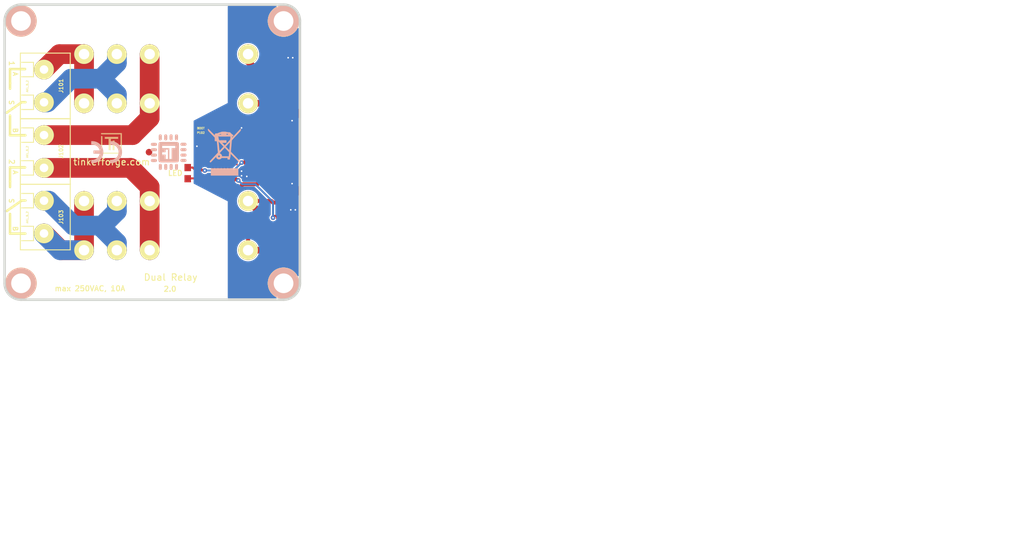
<source format=kicad_pcb>
(kicad_pcb (version 20221018) (generator pcbnew)
  (title_block (title "Dual Relay Bricklet") (date "2017-05-08") (rev "2.0") (company "Tinkerforge GmbH") (comment 1 "Licensed under CERN OHL v.1.1") (comment 2 "Copyright (©) 2017, B.Nordmeyer <bastian@tinkerforge.com>"))
  (layers (0 "F.Cu" signal "Vorderseite") (31 "B.Cu" signal "Rückseite") (34 "B.Paste" user) (35 "F.Paste" user) (36 "B.SilkS" user "B.Silkscreen") (37 "F.SilkS" user "F.Silkscreen") (38 "B.Mask" user) (39 "F.Mask" user) (44 "Edge.Cuts" user))
  (net 0 "")
  (net 1 "+5V")
  (net 2 "GND")
  (net 3 "VCC")
  (net 4 "Net-(D101-Pad2)")
  (net 5 "S-MISO")
  (net 6 "S-MOSI")
  (net 7 "S-CLK")
  (net 8 "S-CS")
  (net 9 "Net-(J101-Pad1)")
  (net 10 "Net-(J101-Pad2)")
  (net 11 "Net-(J102-Pad1)")
  (net 12 "Net-(J102-Pad2)")
  (net 13 "Net-(J103-Pad1)")
  (net 14 "Net-(J103-Pad2)")
  (net 15 "Net-(P102-Pad2)")
  (net 16 "Net-(Q101-PadG)")
  (net 17 "Net-(D102-Pad1)")
  (net 18 "Net-(Q102-PadG)")
  (net 19 "Net-(D103-Pad1)")
  (net 20 "Net-(R101-Pad1)")
  (net 21 "RELAY1")
  (net 22 "RELAY0")
  (net 23 "Net-(C102-Pad2)")
  (net 24 "Net-(P101-Pad4)")
  (net 25 "Net-(P101-Pad5)")
  (net 26 "Net-(P101-Pad6)")
  (footprint "D0603E" (layer "F.Cu") (at 154.975 107.375 -90)
    (fp_text reference "D101")
    (fp_text value "blue")
    (pad "1" smd rect (at -0.8501 0 270) (size 1.1 1) (layers "F.Cu" "F.Paste" "F.Mask") (net 3 "VCC"))
    (pad "2" smd rect (at 0.8501 0 270) (size 1.1 1) (layers "F.Cu" "F.Paste" "F.Mask") (net 4 "Net-(D101-Pad2)"))
  )
  (footprint "AKL_5_2" (layer "F.Cu") (at 133.075 94.075 90)
    (fp_text reference "J101" (at 0 2.60096 90) (layer "F.SilkS") (effects (font (size 0.59944 0.59944) (thickness 0.12446))))
    (fp_text value "AKL_5_2" (at -0.0508 -2.55016 90) (layer "F.SilkS") (effects (font (size 0.29972 0.29972) (thickness 0.0762))))
    (pad "1" thru_hole circle (at -2.49936 0 90) (size 2.99974 2.99974) (drill 1.30048) (layers "*.Cu" "*.Mask" "F.SilkS") (net 9 "Net-(J101-Pad1)"))
    (pad "2" thru_hole circle (at 2.49936 0 90) (size 2.99974 2.99974) (drill 1.30048) (layers "*.Cu" "*.Mask" "F.SilkS") (net 10 "Net-(J101-Pad2)"))
  )
  (footprint "AKL_5_2" (layer "F.Cu") (at 133.075 104.075 90)
    (fp_text reference "J102" (at 0 2.60096 90) (layer "F.SilkS") (effects (font (size 0.59944 0.59944) (thickness 0.12446))))
    (fp_text value "AKL_5_2" (at -0.0508 -2.55016 90) (layer "F.SilkS") (effects (font (size 0.29972 0.29972) (thickness 0.0762))))
    (pad "1" thru_hole circle (at -2.49936 0 90) (size 2.99974 2.99974) (drill 1.30048) (layers "*.Cu" "*.Mask" "F.SilkS") (net 11 "Net-(J102-Pad1)"))
    (pad "2" thru_hole circle (at 2.49936 0 90) (size 2.99974 2.99974) (drill 1.30048) (layers "*.Cu" "*.Mask" "F.SilkS") (net 12 "Net-(J102-Pad2)"))
  )
  (footprint "AKL_5_2" (layer "F.Cu") (at 133.075 114.075 90)
    (fp_text reference "J103" (at 0 2.60096 90) (layer "F.SilkS") (effects (font (size 0.59944 0.59944) (thickness 0.12446))))
    (fp_text value "AKL_5_2" (at -0.0508 -2.55016 90) (layer "F.SilkS") (effects (font (size 0.29972 0.29972) (thickness 0.0762))))
    (pad "1" thru_hole circle (at -2.49936 0 90) (size 2.99974 2.99974) (drill 1.30048) (layers "*.Cu" "*.Mask" "F.SilkS") (net 13 "Net-(J103-Pad1)"))
    (pad "2" thru_hole circle (at 2.49936 0 90) (size 2.99974 2.99974) (drill 1.30048) (layers "*.Cu" "*.Mask" "F.SilkS") (net 14 "Net-(J103-Pad2)"))
  )
  (footprint "kicad-libraries:CON-SENSOR2" (layer "F.Cu") (at 172.075 104.175 90)
    (fp_text reference "P101")
    (fp_text value "CON-SENSOR2")
    (pad "1" smd rect (at -3.75 -4.6 90) (size 0.6 1.8) (layers "F.Cu" "F.Paste" "F.Mask") (net 1 "+5V"))
    (pad "2" smd rect (at -2.5 -4.6 90) (size 0.6 1.8) (layers "F.Cu" "F.Paste" "F.Mask") (net 2 "GND"))
    (pad "3" smd rect (at -1.25 -4.6 90) (size 0.6 1.8) (layers "F.Cu" "F.Paste" "F.Mask") (net 3 "VCC"))
    (pad "4" smd rect (at 0 -4.6 90) (size 0.6 1.8) (layers "F.Cu" "F.Paste" "F.Mask") (net 24 "Net-(P101-Pad4)"))
    (pad "5" smd rect (at 1.25 -4.6 90) (size 0.6 1.8) (layers "F.Cu" "F.Paste" "F.Mask") (net 25 "Net-(P101-Pad5)"))
    (pad "6" smd rect (at 2.5 -4.6 90) (size 0.6 1.8) (layers "F.Cu" "F.Paste" "F.Mask") (net 26 "Net-(P101-Pad6)"))
    (pad "7" smd rect (at 3.75 -4.6 90) (size 0.6 1.8) (layers "F.Cu" "F.Paste" "F.Mask") (net 23 "Net-(C102-Pad2)"))
    (pad "EP" smd rect (at -5.9 -1.2 90) (size 1.4 2.4) (layers "F.Cu" "F.Paste" "F.Mask") (net 2 "GND"))
    (pad "EP" smd rect (at 5.9 -1.2 90) (size 1.4 2.4) (layers "F.Cu" "F.Paste" "F.Mask") (net 2 "GND"))
  )
  (footprint "kicad-libraries:SolderJumper" (layer "F.Cu") (at 156.975 100.875)
    (fp_text reference "P102" (at 0 0.35) (layer "F.SilkS") (effects (font (size 0.3 0.3) (thickness 0.0712))))
    (fp_text value "BOOT" (at 0 -0.35) (layer "F.SilkS") (effects (font (size 0.3 0.3) (thickness 0.0712))))
    (pad "1" smd rect (at -0.5 0) (size 0.4 1.4) (layers "F.Cu" "F.Mask") (net 2 "GND"))
    (pad "1" smd rect (at -0.225 -0.55) (size 0.95 0.3) (layers "F.Cu" "F.Mask") (net 2 "GND"))
    (pad "1" smd rect (at -0.225 0.55) (size 0.95 0.3) (layers "F.Cu" "F.Mask") (net 2 "GND"))
    (pad "2" smd rect (at 0.15 0) (size 0.6 0.5) (layers "F.Cu" "F.Mask") (net 15 "Net-(P102-Pad2)"))
    (pad "2" smd rect (at 0.55 0) (size 0.3 1.4) (layers "F.Cu" "F.Mask") (net 15 "Net-(P102-Pad2)"))
  )
  (footprint "SOT23GDS" (layer "F.Cu") (at 169.375 89.575 180)
    (fp_text reference "Q101")
    (fp_text value "2N7002P")
    (pad "D" smd rect (at 0 1.016 180) (size 0.9144 0.9144) (layers "F.Cu" "F.Paste" "F.Mask") (net 17 "Net-(D102-Pad1)"))
    (pad "G" smd rect (at 0.889 -1.016 180) (size 0.9144 0.9144) (layers "F.Cu" "F.Paste" "F.Mask") (net 16 "Net-(Q101-PadG)"))
    (pad "S" smd rect (at -0.889 -1.016 180) (size 0.9144 0.9144) (layers "F.Cu" "F.Paste" "F.Mask") (net 2 "GND"))
  )
  (footprint "SOT23GDS" (layer "F.Cu") (at 169.775 112.875 180)
    (fp_text reference "Q102")
    (fp_text value "2N7002P")
    (pad "D" smd rect (at 0 1.016 180) (size 0.9144 0.9144) (layers "F.Cu" "F.Paste" "F.Mask") (net 19 "Net-(D103-Pad1)"))
    (pad "G" smd rect (at 0.889 -1.016 180) (size 0.9144 0.9144) (layers "F.Cu" "F.Paste" "F.Mask") (net 18 "Net-(Q102-PadG)"))
    (pad "S" smd rect (at -0.889 -1.016 180) (size 0.9144 0.9144) (layers "F.Cu" "F.Paste" "F.Mask") (net 2 "GND"))
  )
  (footprint "RELAY_29_127" (layer "F.Cu") (at 152.675 92.975 180)
    (fp_text reference "REL101")
    (fp_text value "RELAY_29_127")
    (pad "1" thru_hole circle (at 3.5 -3.75 180) (size 3 3) (drill 1.6) (layers "*.Cu" "*.Mask" "F.SilkS") (net 12 "Net-(J102-Pad2)"))
    (pad "2" thru_hole circle (at 8.5 -3.75 180) (size 3 3) (drill 1.6) (layers "*.Cu" "*.Mask" "F.SilkS") (net 9 "Net-(J101-Pad1)"))
    (pad "3" thru_hole circle (at 13.5 -3.75 180) (size 3 3) (drill 1.6) (layers "*.Cu" "*.Mask" "F.SilkS") (net 10 "Net-(J101-Pad2)"))
    (pad "4" thru_hole circle (at 13.5 3.75 180) (size 3 3) (drill 1.6) (layers "*.Cu" "*.Mask" "F.SilkS") (net 10 "Net-(J101-Pad2)"))
    (pad "5" thru_hole circle (at 8.5 3.75 180) (size 3 3) (drill 1.6) (layers "*.Cu" "*.Mask" "F.SilkS") (net 9 "Net-(J101-Pad1)"))
    (pad "6" thru_hole circle (at 3.5 3.75 180) (size 3 3) (drill 1.6) (layers "*.Cu" "*.Mask" "F.SilkS") (net 12 "Net-(J102-Pad2)"))
    (pad "A1" thru_hole circle (at -11.5 -3.75 180) (size 3 3) (drill 1.6) (layers "*.Cu" "*.Mask" "F.SilkS") (net 1 "+5V"))
    (pad "A2" thru_hole circle (at -11.5 3.75 180) (size 3 3) (drill 1.6) (layers "*.Cu" "*.Mask" "F.SilkS") (net 17 "Net-(D102-Pad1)"))
  )
  (footprint "RELAY_29_127" (layer "F.Cu") (at 152.675 115.375 180)
    (fp_text reference "REL102")
    (fp_text value "RELAY_29_127")
    (pad "1" thru_hole circle (at 3.5 -3.75 180) (size 3 3) (drill 1.6) (layers "*.Cu" "*.Mask" "F.SilkS") (net 11 "Net-(J102-Pad1)"))
    (pad "2" thru_hole circle (at 8.5 -3.75 180) (size 3 3) (drill 1.6) (layers "*.Cu" "*.Mask" "F.SilkS") (net 14 "Net-(J103-Pad2)"))
    (pad "3" thru_hole circle (at 13.5 -3.75 180) (size 3 3) (drill 1.6) (layers "*.Cu" "*.Mask" "F.SilkS") (net 13 "Net-(J103-Pad1)"))
    (pad "4" thru_hole circle (at 13.5 3.75 180) (size 3 3) (drill 1.6) (layers "*.Cu" "*.Mask" "F.SilkS") (net 13 "Net-(J103-Pad1)"))
    (pad "5" thru_hole circle (at 8.5 3.75 180) (size 3 3) (drill 1.6) (layers "*.Cu" "*.Mask" "F.SilkS") (net 14 "Net-(J103-Pad2)"))
    (pad "6" thru_hole circle (at 3.5 3.75 180) (size 3 3) (drill 1.6) (layers "*.Cu" "*.Mask" "F.SilkS") (net 11 "Net-(J102-Pad1)"))
    (pad "A1" thru_hole circle (at -11.5 -3.75 180) (size 3 3) (drill 1.6) (layers "*.Cu" "*.Mask" "F.SilkS") (net 1 "+5V"))
    (pad "A2" thru_hole circle (at -11.5 3.75 180) (size 3 3) (drill 1.6) (layers "*.Cu" "*.Mask" "F.SilkS") (net 19 "Net-(D103-Pad1)"))
  )
  (footprint "kicad-libraries:QFN24-4x4mm-0.5mm" (layer "F.Cu") (at 160.075 104.775 -90)
    (fp_text reference "U101")
    (fp_text value "XMC1XXX24")
    (pad "1" smd oval (at -2.025 -1.25 270) (size 1 0.3) (layers "F.Cu" "F.Paste" "F.Mask") (net 5 "S-MISO"))
    (pad "2" smd oval (at -2.025 -0.75 270) (size 1 0.3) (layers "F.Cu" "F.Paste" "F.Mask") (net 21 "RELAY1"))
    (pad "3" smd oval (at -2.025 -0.25 270) (size 1 0.3) (layers "F.Cu" "F.Paste" "F.Mask"))
    (pad "4" smd oval (at -2.025 0.25 270) (size 1 0.3) (layers "F.Cu" "F.Paste" "F.Mask"))
    (pad "5" smd oval (at -2.025 0.75 270) (size 1 0.3) (layers "F.Cu" "F.Paste" "F.Mask"))
    (pad "6" smd oval (at -2.025 1.25 270) (size 1 0.3) (layers "F.Cu" "F.Paste" "F.Mask"))
    (pad "7" smd oval (at -1.25 2.025) (size 1 0.3) (layers "F.Cu" "F.Paste" "F.Mask") (net 15 "Net-(P102-Pad2)"))
    (pad "8" smd oval (at -0.75 2.025) (size 1 0.3) (layers "F.Cu" "F.Paste" "F.Mask"))
    (pad "9" smd oval (at -0.25 2.025) (size 1 0.3) (layers "F.Cu" "F.Paste" "F.Mask") (net 2 "GND"))
    (pad "10" smd oval (at 0.25 2.025) (size 1 0.3) (layers "F.Cu" "F.Paste" "F.Mask") (net 3 "VCC"))
    (pad "11" smd oval (at 0.75 2.025) (size 1 0.3) (layers "F.Cu" "F.Paste" "F.Mask"))
    (pad "12" smd oval (at 1.25 2.025) (size 1 0.3) (layers "F.Cu" "F.Paste" "F.Mask"))
    (pad "13" smd oval (at 2.025 1.25 270) (size 1 0.3) (layers "F.Cu" "F.Paste" "F.Mask") (net 20 "Net-(R101-Pad1)"))
    (pad "14" smd oval (at 2.025 0.75 270) (size 1 0.3) (layers "F.Cu" "F.Paste" "F.Mask"))
    (pad "15" smd oval (at 2.025 0.25 270) (size 1 0.3) (layers "F.Cu" "F.Paste" "F.Mask"))
    (pad "16" smd oval (at 2.025 -0.25 270) (size 1 0.3) (layers "F.Cu" "F.Paste" "F.Mask"))
    (pad "17" smd oval (at 2.025 -0.75 270) (size 1 0.3) (layers "F.Cu" "F.Paste" "F.Mask"))
    (pad "18" smd oval (at 2.025 -1.25 270) (size 1 0.3) (layers "F.Cu" "F.Paste" "F.Mask") (net 22 "RELAY0"))
    (pad "19" smd oval (at 1.25 -2.025) (size 1 0.3) (layers "F.Cu" "F.Paste" "F.Mask"))
    (pad "20" smd oval (at 0.75 -2.025) (size 1 0.3) (layers "F.Cu" "F.Paste" "F.Mask"))
    (pad "21" smd oval (at 0.25 -2.025) (size 1 0.3) (layers "F.Cu" "F.Paste" "F.Mask"))
    (pad "22" smd oval (at -0.25 -2.025) (size 1 0.3) (layers "F.Cu" "F.Paste" "F.Mask") (net 8 "S-CS"))
    (pad "23" smd oval (at -0.75 -2.025) (size 1 0.3) (layers "F.Cu" "F.Paste" "F.Mask") (net 7 "S-CLK"))
    (pad "24" smd oval (at -1.25 -2.025) (size 1 0.3) (layers "F.Cu" "F.Paste" "F.Mask") (net 6 "S-MOSI"))
    (pad "EXP" smd rect (at -0.65 -0.65 270) (size 1.3 1.3) (layers "F.Cu" "F.Paste" "F.Mask") (net 2 "GND"))
    (pad "EXP" smd rect (at -0.65 0.65 270) (size 1.3 1.3) (layers "F.Cu" "F.Paste" "F.Mask") (net 2 "GND"))
    (pad "EXP" smd rect (at 0.65 -0.65 270) (size 1.3 1.3) (layers "F.Cu" "F.Paste" "F.Mask") (net 2 "GND"))
    (pad "EXP" smd rect (at 0.65 0.65 270) (size 1.3 1.3) (layers "F.Cu" "F.Paste" "F.Mask") (net 2 "GND"))
  )
  (footprint "DRILL_NP" (layer "F.Cu") (at 169.575 84.175)
    (fp_text reference "U102" hide)
    (fp_text value "DRILL" hide)
    (pad "" np_thru_hole circle (at 0 0) (size 2.99974 2.99974) (drill 2.99974) (layers "*.Cu" "*.Mask" "F.SilkS") (clearance 0.89916))
  )
  (footprint "DRILL_NP" (layer "F.Cu") (at 169.575 124.175)
    (fp_text reference "U103" hide)
    (fp_text value "DRILL" hide)
    (pad "" np_thru_hole circle (at 0 0) (size 2.99974 2.99974) (drill 2.99974) (layers "*.Cu" "*.Mask" "F.SilkS") (clearance 0.89916))
  )
  (footprint "DRILL_NP" (layer "F.Cu") (at 129.575 84.175)
    (fp_text reference "U104" hide)
    (fp_text value "DRILL" hide)
    (pad "" np_thru_hole circle (at 0 0) (size 2.99974 2.99974) (drill 2.99974) (layers "*.Cu" "*.Mask" "F.SilkS") (clearance 0.89916))
  )
  (footprint "DRILL_NP" (layer "F.Cu") (at 129.575 124.175)
    (fp_text reference "U105" hide)
    (fp_text value "DRILL" hide)
    (pad "" np_thru_hole circle (at 0 0) (size 2.99974 2.99974) (drill 2.99974) (layers "*.Cu" "*.Mask" "F.SilkS") (clearance 0.89916))
  )
  (footprint "C0603F" (layer "F.Cu") (at 163.975 106.375 90)
    (fp_text reference "C101")
    (fp_text value "1uF")
    (pad "1" smd rect (at -0.75 0 90) (size 0.9 0.9) (layers "F.Cu" "F.Paste" "F.Mask") (net 2 "GND"))
    (pad "2" smd rect (at 0.75 0 90) (size 0.9 0.9) (layers "F.Cu" "F.Paste" "F.Mask") (net 3 "VCC"))
  )
  (footprint "R0603F" (layer "F.Cu") (at 157.675 108.175 180)
    (fp_text reference "R101")
    (fp_text value "1k")
    (pad "1" smd rect (at -0.75 0 180) (size 0.9 0.9) (layers "F.Cu" "F.Paste" "F.Mask") (net 20 "Net-(R101-Pad1)"))
    (pad "2" smd rect (at 0.75 0 180) (size 0.9 0.9) (layers "F.Cu" "F.Paste" "F.Mask") (net 4 "Net-(D101-Pad2)"))
  )
  (footprint "R0603F" (layer "F.Cu") (at 161.175 100.175 180)
    (fp_text reference "R102")
    (fp_text value "10")
    (pad "1" smd rect (at -0.75 0 180) (size 0.9 0.9) (layers "F.Cu" "F.Paste" "F.Mask") (net 16 "Net-(Q101-PadG)"))
    (pad "2" smd rect (at 0.75 0 180) (size 0.9 0.9) (layers "F.Cu" "F.Paste" "F.Mask") (net 21 "RELAY1"))
  )
  (footprint "R0603F" (layer "F.Cu") (at 161.175 108.175 180)
    (fp_text reference "R103")
    (fp_text value "10")
    (pad "1" smd rect (at -0.75 0 180) (size 0.9 0.9) (layers "F.Cu" "F.Paste" "F.Mask") (net 18 "Net-(Q102-PadG)"))
    (pad "2" smd rect (at 0.75 0 180) (size 0.9 0.9) (layers "F.Cu" "F.Paste" "F.Mask") (net 22 "RELAY0"))
  )
  (footprint "R0603F" (layer "F.Cu") (at 170.175 91.975 180)
    (fp_text reference "R104")
    (fp_text value "10k")
    (pad "1" smd rect (at -0.75 0 180) (size 0.9 0.9) (layers "F.Cu" "F.Paste" "F.Mask") (net 2 "GND"))
    (pad "2" smd rect (at 0.75 0 180) (size 0.9 0.9) (layers "F.Cu" "F.Paste" "F.Mask") (net 16 "Net-(Q101-PadG)"))
  )
  (footprint "R0603F" (layer "F.Cu") (at 170.675 115.975 -90)
    (fp_text reference "R105")
    (fp_text value "10k")
    (pad "1" smd rect (at -0.75 0 270) (size 0.9 0.9) (layers "F.Cu" "F.Paste" "F.Mask") (net 2 "GND"))
    (pad "2" smd rect (at 0.75 0 270) (size 0.9 0.9) (layers "F.Cu" "F.Paste" "F.Mask") (net 18 "Net-(Q102-PadG)"))
  )
  (footprint "kicad-libraries:Logo_31x31" (layer "F.Cu") (at 141.775 101.275)
    (fp_text reference "G***" hide)
    (fp_text value "Logo_31x31" hide)
  )
  (footprint "C0603F" (layer "F.Cu") (at 156.375 104.775 90)
    (fp_text reference "C104")
    (fp_text value "100nF")
    (pad "1" smd rect (at -0.75 0 90) (size 0.9 0.9) (layers "F.Cu" "F.Paste" "F.Mask") (net 3 "VCC"))
    (pad "2" smd rect (at 0.75 0 90) (size 0.9 0.9) (layers "F.Cu" "F.Paste" "F.Mask") (net 2 "GND"))
  )
  (footprint "kicad-libraries:4X0402" (layer "F.Cu") (at 164.575 102.775 90)
    (fp_text reference "RP101")
    (fp_text value "TBD")
    (pad "1" smd rect (at -0.7493 0.575 270) (size 0.29972 0.65) (layers "F.Cu" "F.Paste" "F.Mask") (net 24 "Net-(P101-Pad4)"))
    (pad "2" smd rect (at -0.24892 0.575 270) (size 0.29972 0.65) (layers "F.Cu" "F.Paste" "F.Mask") (net 25 "Net-(P101-Pad5)"))
    (pad "3" smd rect (at 0.24892 0.575 270) (size 0.29972 0.65) (layers "F.Cu" "F.Paste" "F.Mask") (net 26 "Net-(P101-Pad6)"))
    (pad "4" smd rect (at 0.7493 0.575 270) (size 0.29972 0.65) (layers "F.Cu" "F.Paste" "F.Mask") (net 23 "Net-(C102-Pad2)"))
    (pad "5" smd rect (at 0.7493 -0.575 90) (size 0.29972 0.65) (layers "F.Cu" "F.Paste" "F.Mask") (net 5 "S-MISO"))
    (pad "6" smd rect (at 0.24892 -0.575 90) (size 0.29972 0.65) (layers "F.Cu" "F.Paste" "F.Mask") (net 6 "S-MOSI"))
    (pad "7" smd rect (at -0.24892 -0.575 90) (size 0.29972 0.65) (layers "F.Cu" "F.Paste" "F.Mask") (net 7 "S-CLK"))
    (pad "8" smd rect (at -0.7493 -0.575 90) (size 0.29972 0.65) (layers "F.Cu" "F.Paste" "F.Mask") (net 8 "S-CS"))
  )
  (footprint "C0402E" (layer "F.Cu") (at 164.575 100.475)
    (fp_text reference "C102")
    (fp_text value "1uF")
    (pad "1" smd rect (at -0.65 0) (size 0.7 0.9) (layers "F.Cu" "F.Paste" "F.Mask") (net 2 "GND"))
    (pad "2" smd rect (at 0.65 0) (size 0.7 0.9) (layers "F.Cu" "F.Paste" "F.Mask") (net 23 "Net-(C102-Pad2)"))
  )
  (footprint "C0805" (layer "F.Cu") (at 165.375 106.275 90)
    (fp_text reference "C103")
    (fp_text value "10uF")
    (pad "1" smd rect (at -1.00076 0 90) (size 1.00076 1.24968) (layers "F.Cu" "F.Paste" "F.Mask") (net 2 "GND") (clearance 0.14986))
    (pad "2" smd rect (at 1.00076 0 90) (size 1.00076 1.24968) (layers "F.Cu" "F.Paste" "F.Mask") (net 3 "VCC") (clearance 0.14986))
  )
  (footprint "kicad-libraries:Fiducial_Mark" (layer "F.Cu") (at 170.575 119.675)
    (fp_text reference "Fiducial_Mark" hide)
    (fp_text value "VAL**" hide)
    (pad "1" smd circle (at 0 0) (size 1.00076 1.00076) (layers "F.Cu" "F.Paste" "F.Mask") (clearance 0.65024))
  )
  (footprint "kicad-libraries:Fiducial_Mark" (layer "F.Cu") (at 165.075 83.175)
    (fp_text reference "Fiducial_Mark" hide)
    (fp_text value "VAL**" hide)
    (pad "1" smd circle (at 0 0) (size 1.00076 1.00076) (layers "F.Cu" "F.Paste" "F.Mask") (clearance 0.65024))
  )
  (footprint "kicad-libraries:Fiducial_Mark" (layer "F.Cu") (at 149.075 104.175)
    (fp_text reference "Fiducial_Mark" hide)
    (fp_text value "VAL**" hide)
    (pad "1" smd circle (at 0 0) (size 1.00076 1.00076) (layers "F.Cu" "F.Paste" "F.Mask") (clearance 0.65024))
  )
  (footprint "MiniMelf" (layer "F.Cu") (at 168.275 95.075 90)
    (fp_text reference "D102")
    (fp_text value "LL4148")
    (pad "1" smd rect (at 1.69926 0 90) (size 1.19888 1.6002) (layers "F.Cu" "F.Paste" "F.Mask") (net 17 "Net-(D102-Pad1)"))
    (pad "2" smd rect (at -1.69926 0 90) (size 1.19888 1.6002) (layers "F.Cu" "F.Paste" "F.Mask") (net 1 "+5V"))
  )
  (footprint "MiniMelf" (layer "F.Cu") (at 168.375 117.475 90)
    (fp_text reference "D103")
    (fp_text value "LL4148")
    (pad "1" smd rect (at 1.69926 0 90) (size 1.19888 1.6002) (layers "F.Cu" "F.Paste" "F.Mask") (net 19 "Net-(D103-Pad1)"))
    (pad "2" smd rect (at -1.69926 0 90) (size 1.19888 1.6002) (layers "F.Cu" "F.Paste" "F.Mask") (net 1 "+5V"))
  )
  (footprint "kicad-libraries:CE_5mm" (layer "B.Cu") (at 142.575 104.175 180)
    (fp_text reference "VAL" hide)
    (fp_text value "CE_5mm" hide)
  )
  (footprint "kicad-libraries:Logo_CoMCU" (layer "B.Cu") (at 152.075 104.175 180)
    (fp_text reference "G***" hide)
    (fp_text value "LOGO" hide)
  )
  (footprint "kicad-libraries:WEEE_7mm" (layer "B.Cu") (at 160.575 104.175 180)
    (fp_text reference "G***" hide)
    (fp_text value "LOGO" hide)
  )
  (gr_line (start 129.675 101.6) (end 130.225 101.6) (stroke (width 0.381)) (layer "F.SilkS"))
  (gr_line (start 129.7 91.5) (end 130.175 91.5) (stroke (width 0.381)) (layer "F.SilkS"))
  (gr_line (start 129.7 106.5) (end 130.175 106.5) (stroke (width 0.381)) (layer "F.SilkS"))
  (gr_line (start 129.675 116.6) (end 130.225 116.6) (stroke (width 0.381)) (layer "F.SilkS"))
  (gr_line (start 129.7 111.55) (end 127.4 113.15) (stroke (width 0.381)) (layer "F.SilkS"))
  (gr_line (start 129.675 116.6) (end 130.225 116.6) (stroke (width 0.381)) (layer "F.SilkS"))
  (gr_line (start 129.7 106.5) (end 130.175 106.5) (stroke (width 0.381)) (layer "F.SilkS"))
  (gr_line (start 129.7 111.55) (end 130.25 111.55) (stroke (width 0.381)) (layer "F.SilkS"))
  (gr_line (start 127.9 116.6) (end 129.7 116.6) (stroke (width 0.381)) (layer "F.SilkS"))
  (gr_line (start 127.9 116.6) (end 127.9 113.6) (stroke (width 0.381)) (layer "F.SilkS"))
  (gr_line (start 127.9 109.5) (end 127.9 108.65) (stroke (width 0.381)) (layer "F.SilkS"))
  (gr_line (start 127.9 106.5) (end 129.7 106.5) (stroke (width 0.381)) (layer "F.SilkS"))
  (gr_line (start 127.9 106.5) (end 127.9 108.65) (stroke (width 0.381)) (layer "F.SilkS"))
  (gr_line (start 129.7 96.55) (end 127.4 98.15) (stroke (width 0.381)) (layer "F.SilkS"))
  (gr_line (start 129.675 101.6) (end 130.225 101.6) (stroke (width 0.381)) (layer "F.SilkS"))
  (gr_line (start 127.9 91.5) (end 129.7 91.5) (stroke (width 0.381)) (layer "F.SilkS"))
  (gr_line (start 129.7 96.55) (end 130.25 96.55) (stroke (width 0.381)) (layer "F.SilkS"))
  (gr_line (start 127.9 101.6) (end 127.9 98.6) (stroke (width 0.381)) (layer "F.SilkS"))
  (gr_line (start 129.7 91.5) (end 130.175 91.5) (stroke (width 0.381)) (layer "F.SilkS"))
  (gr_line (start 127.9 91.5) (end 127.9 93.65) (stroke (width 0.381)) (layer "F.SilkS"))
  (gr_line (start 127.9 94.5) (end 127.9 93.65) (stroke (width 0.381)) (layer "F.SilkS"))
  (gr_line (start 127.9 101.6) (end 129.7 101.6) (stroke (width 0.381)) (layer "F.SilkS"))
  (gr_arc (start 129.57302 126.67234) (mid 127.805706 125.940294) (end 127.07366 124.17298) (stroke (width 0.381)) (layer "Edge.Cuts"))
  (gr_line (start 129.57302 81.67116) (end 169.57294 81.67116) (stroke (width 0.381)) (layer "Edge.Cuts"))
  (gr_arc (start 169.57294 81.67116) (mid 171.34205 82.40395) (end 172.07484 84.17306) (stroke (width 0.381)) (layer "Edge.Cuts"))
  (gr_arc (start 127.07366 84.17306) (mid 127.805706 82.405746) (end 129.57302 81.6737) (stroke (width 0.381)) (layer "Edge.Cuts"))
  (gr_line (start 172.0723 124.17298) (end 172.0723 84.17306) (stroke (width 0.381)) (layer "Edge.Cuts"))
  (gr_line (start 129.57302 126.67234) (end 169.57294 126.67234) (stroke (width 0.381)) (layer "Edge.Cuts"))
  (gr_arc (start 172.0723 124.17298) (mid 171.340254 125.940294) (end 169.57294 126.67234) (stroke (width 0.381)) (layer "Edge.Cuts"))
  (gr_line (start 127.07366 124.17298) (end 127.07366 84.17306) (stroke (width 0.381)) (layer "Edge.Cuts"))
  (gr_text "2" (at 128.15 105.65 270) (layer "F.SilkS") (effects (font (size 0.8 0.8))))
  (gr_text "S" (at 128.1 111.6 270) (layer "F.SilkS") (effects (font (size 0.7 0.7) (thickness 0.14986))))
  (gr_text "B" (at 128.7 115.85 270) (layer "F.SilkS") (effects (font (size 0.7 0.7) (thickness 0.14986))))
  (gr_text "A" (at 128.7 107.25 270) (layer "F.SilkS") (effects (font (size 0.7 0.7) (thickness 0.14986))))
  (gr_text "2.0" (at 152.27554 125.04928) (layer "F.SilkS") (effects (font (size 0.8001 0.8001) (thickness 0.14986))))
  (gr_text "B" (at 128.7 100.85 270) (layer "F.SilkS") (effects (font (size 0.7 0.7) (thickness 0.14986))))
  (gr_text "max 250VAC, 10A" (at 140.07338 124.97308) (layer "F.SilkS") (effects (font (size 0.8001 0.8001) (thickness 0.14986))))
  (gr_text "S" (at 128.1 96.6 270) (layer "F.SilkS") (effects (font (size 0.7 0.7) (thickness 0.14986))))
  (gr_text "Dual Relay" (at 152.3746 123.27128) (layer "F.SilkS") (effects (font (size 1.00076 1.00076) (thickness 0.14986))))
  (gr_text "tinkerforge.com" (at 143.375 105.675) (layer "F.SilkS") (effects (font (size 1.00076 1.00076) (thickness 0.14986))))
  (gr_text "1" (at 128.15 90.65 270) (layer "F.SilkS") (effects (font (size 0.8 0.8))))
  (gr_text "LED" (at 153.075 107.375) (layer "F.SilkS") (effects (font (size 0.8001 0.8001) (thickness 0.14986))))
  (gr_text "A" (at 128.7 92.25 270) (layer "F.SilkS") (effects (font (size 0.7 0.7) (thickness 0.14986))))
  (segment (start 168.325 107.925) (end 169.375 106.875) (width 0.59944) (layer "F.Cu") (net 1))
  (segment (start 169.375 106.875) (end 169.375 99.775) (width 0.59944) (layer "F.Cu") (net 1))
  (segment (start 166.725 107.925) (end 165.575 109.075) (width 0.59944) (layer "F.Cu") (net 1))
  (segment (start 165.575 109.075) (end 163.375 109.075) (width 0.59944) (layer "F.Cu") (net 1))
  (segment (start 163.375 109.075) (end 161.875 110.575) (width 0.59944) (layer "F.Cu") (net 1))
  (segment (start 161.875 110.575) (end 161.875 113.775) (width 0.59944) (layer "F.Cu") (net 1))
  (segment (start 161.875 113.775) (end 164.175 116.075) (width 0.59944) (layer "F.Cu") (net 1))
  (segment (start 164.175 116.075) (end 164.175 119.125) (width 0.59944) (layer "F.Cu") (net 1))
  (segment (start 168.22574 96.725) (end 168.275 96.77426) (width 0.59944) (layer "F.Cu") (net 1))
  (segment (start 168.275 98.675) (end 169.375 99.775) (width 0.59944) (layer "F.Cu") (net 1))
  (segment (start 168.32574 119.125) (end 168.375 119.17426) (width 0.59944) (layer "F.Cu") (net 1))
  (segment (start 167.475 107.925) (end 166.725 107.925) (width 0.59944) (layer "F.Cu") (net 1))
  (segment (start 167.475 107.925) (end 168.325 107.925) (width 0.59944) (layer "F.Cu") (net 1))
  (segment (start 164.175 96.725) (end 168.22574 96.725) (width 1.00076) (layer "F.Cu") (net 1))
  (segment (start 168.275 96.77426) (end 168.275 98.675) (width 0.59944) (layer "F.Cu") (net 1))
  (segment (start 164.175 119.125) (end 168.32574 119.125) (width 1.00076) (layer "F.Cu") (net 1))
  (segment (start 157.325 104.525) (end 156.825 104.025) (width 0.29972) (layer "F.Cu") (net 2))
  (segment (start 156.825 104.025) (end 156.375 104.025) (width 0.29972) (layer "F.Cu") (net 2))
  (segment (start 166.575 106.675) (end 166.125 107.125) (width 0.59944) (layer "F.Cu") (net 2))
  (segment (start 166.125 107.125) (end 165.575 107.125) (width 0.59944) (layer "F.Cu") (net 2))
  (segment (start 163.225 107.125) (end 163.175 107.075) (width 0.59944) (layer "F.Cu") (net 2))
  (segment (start 170.525 114.03) (end 170.664 113.891) (width 0.59944) (layer "F.Cu") (net 2))
  (segment (start 170.664 112.986) (end 170.675 112.975) (width 0.59944) (layer "F.Cu") (net 2))
  (segment (start 170.664 113.686) (end 171.375 112.975) (width 0.59944) (layer "F.Cu") (net 2))
  (segment (start 170.264 89.786) (end 170.275 89.775) (width 0.59944) (layer "F.Cu") (net 2))
  (segment (start 170.264 90.486) (end 170.975 89.775) (width 0.59944) (layer "F.Cu") (net 2))
  (segment (start 163.825 107.125) (end 163.175 107.775) (width 0.59944) (layer "F.Cu") (net 2))
  (segment (start 159.025 104.525) (end 159.425 104.125) (width 0.29972) (layer "F.Cu") (net 2))
  (segment (start 156.475 103.175) (end 156.375 103.275) (width 0.29972) (layer "F.Cu") (net 2))
  (segment (start 156.525 100.325) (end 156.475 100.375) (width 0.24892) (layer "F.Cu") (net 2))
  (segment (start 156.475 100.375) (end 156.475 100.875) (width 0.24892) (layer "F.Cu") (net 2))
  (segment (start 156.475 101.375) (end 156.525 101.425) (width 0.24892) (layer "F.Cu") (net 2))
  (segment (start 156.525 101.425) (end 156.775 101.425) (width 0.24892) (layer "F.Cu") (net 2))
  (segment (start 156.775 101.425) (end 156.75 101.425) (width 0.24892) (layer "F.Cu") (net 2))
  (segment (start 170.264 90.764) (end 170.925 91.425) (width 0.59944) (layer "F.Cu") (net 2))
  (segment (start 170.925 91.425) (end 170.925 91.975) (width 0.59944) (layer "F.Cu") (net 2))
  (segment (start 165.575 107.125) (end 163.975 107.125) (width 0.59944) (layer "F.Cu") (net 2))
  (segment (start 167.475 106.675) (end 166.575 106.675) (width 0.59944) (layer "F.Cu") (net 2))
  (segment (start 163.225 107.125) (end 163.975 107.125) (width 0.59944) (layer "F.Cu") (net 2))
  (segment (start 163.975 107.125) (end 163.825 107.125) (width 0.59944) (layer "F.Cu") (net 2))
  (segment (start 170.875 110.075) (end 170.875 108.975) (width 0.59944) (layer "F.Cu") (net 2))
  (segment (start 160.725 105.425) (end 159.425 105.425) (width 0.29972) (layer "F.Cu") (net 2))
  (segment (start 170.264 90.591) (end 170.264 89.786) (width 0.59944) (layer "F.Cu") (net 2))
  (segment (start 170.664 113.891) (end 170.664 113.686) (width 0.59944) (layer "F.Cu") (net 2))
  (segment (start 158.05 104.525) (end 157.325 104.525) (width 0.29972) (layer "F.Cu") (net 2))
  (segment (start 170.875 98.275) (end 170.875 99.375) (width 0.59944) (layer "F.Cu") (net 2))
  (segment (start 160.725 104.125) (end 160.725 105.425) (width 0.29972) (layer "F.Cu") (net 2))
  (segment (start 170.264 90.591) (end 170.264 90.486) (width 0.59944) (layer "F.Cu") (net 2))
  (segment (start 156.475 100.875) (end 156.475 101.375) (width 0.24892) (layer "F.Cu") (net 2))
  (segment (start 170.664 113.891) (end 170.664 112.986) (width 0.59944) (layer "F.Cu") (net 2))
  (segment (start 163.975 107.875) (end 163.975 107.125) (width 0.59944) (layer "F.Cu") (net 2))
  (segment (start 163.925 100.475) (end 163.175 100.475) (width 0.59944) (layer "F.Cu") (net 2))
  (segment (start 156.75 100.325) (end 156.525 100.325) (width 0.24892) (layer "F.Cu") (net 2))
  (segment (start 156.475 100.875) (end 156.475 103.175) (width 0.29972) (layer "F.Cu") (net 2))
  (segment (start 170.525 115.175) (end 170.525 114.03) (width 0.59944) (layer "F.Cu") (net 2))
  (segment (start 156.375 103.275) (end 156.375 104.025) (width 0.59944) (layer "F.Cu") (net 2))
  (segment (start 170.264 90.591) (end 170.264 90.764) (width 0.59944) (layer "F.Cu") (net 2))
  (segment (start 158.05 104.525) (end 159.025 104.525) (width 0.29972) (layer "F.Cu") (net 2))
  (segment (start 159.425 104.125) (end 160.725 104.125) (width 0.29972) (layer "F.Cu") (net 2))
  (via (at 163.175 107.775) (size 0.70104) (drill 0.24892) (layers "F.Cu" "B.Cu") (net 2))
  (via (at 170.675 112.975) (size 0.70104) (drill 0.24892) (layers "F.Cu" "B.Cu") (net 2))
  (via (at 170.875 99.375) (size 0.70104) (drill 0.24892) (layers "F.Cu" "B.Cu") (net 2))
  (via (at 163.175 107.075) (size 0.70104) (drill 0.24892) (layers "F.Cu" "B.Cu") (net 2))
  (via (at 171.375 112.975) (size 0.70104) (drill 0.24892) (layers "F.Cu" "B.Cu") (net 2))
  (via (at 163.175 100.475) (size 0.70104) (drill 0.24892) (layers "F.Cu" "B.Cu") (net 2))
  (via (at 170.875 108.975) (size 0.70104) (drill 0.24892) (layers "F.Cu" "B.Cu") (net 2))
  (via (at 170.975 89.775) (size 0.70104) (drill 0.24892) (layers "F.Cu" "B.Cu") (net 2))
  (via (at 170.275 89.775) (size 0.70104) (drill 0.24892) (layers "F.Cu" "B.Cu") (net 2))
  (via (at 163.975 107.875) (size 0.70104) (drill 0.24892) (layers "F.Cu" "B.Cu") (net 2))
  (via (at 156.375 103.275) (size 0.70104) (drill 0.24892) (layers "F.Cu" "B.Cu") (net 2))
  (segment (start 164.375 103.275) (end 164.575 103.075) (width 0.29972) (layer "B.Cu") (net 2))
  (segment (start 164.575 105.675) (end 163.175 107.075) (width 0.29972) (layer "B.Cu") (net 2))
  (segment (start 166.875 108.975) (end 165.775 107.875) (width 0.29972) (layer "B.Cu") (net 2))
  (segment (start 165.775 107.875) (end 163.975 107.875) (width 0.29972) (layer "B.Cu") (net 2))
  (segment (start 170.275 98.775) (end 170.875 99.375) (width 0.29972) (layer "B.Cu") (net 2))
  (segment (start 170.675 109.175) (end 170.875 108.975) (width 0.29972) (layer "B.Cu") (net 2))
  (segment (start 170.875 108.975) (end 166.875 108.975) (width 0.29972) (layer "B.Cu") (net 2))
  (segment (start 156.375 103.275) (end 164.375 103.275) (width 0.29972) (layer "B.Cu") (net 2))
  (segment (start 164.575 103.075) (end 164.575 105.675) (width 0.29972) (layer "B.Cu") (net 2))
  (segment (start 170.275 90.575) (end 170.275 98.775) (width 0.29972) (layer "B.Cu") (net 2))
  (segment (start 170.675 112.975) (end 170.675 109.175) (width 0.29972) (layer "B.Cu") (net 2))
  (segment (start 157.325 105.025) (end 156.825 105.525) (width 0.29972) (layer "F.Cu") (net 3))
  (segment (start 156.825 105.525) (end 156.375 105.525) (width 0.29972) (layer "F.Cu") (net 3))
  (segment (start 163.325 105.625) (end 163.175 105.775) (width 0.29972) (layer "F.Cu") (net 3))
  (segment (start 156.375 106.075) (end 157.275 106.975) (width 0.29972) (layer "F.Cu") (net 3))
  (segment (start 157.275 106.975) (end 157.575 106.975) (width 0.29972) (layer "F.Cu") (net 3))
  (segment (start 156.175 106.975) (end 155.7249 106.5249) (width 0.29972) (layer "F.Cu") (net 3))
  (segment (start 155.7249 106.5249) (end 154.975 106.5249) (width 0.29972) (layer "F.Cu") (net 3))
  (segment (start 166.725 105.425) (end 166.57424 105.27424) (width 0.59944) (layer "F.Cu") (net 3))
  (segment (start 166.57424 105.27424) (end 165.375 105.27424) (width 0.59944) (layer "F.Cu") (net 3))
  (segment (start 164.77576 105.27424) (end 164.425 105.625) (width 0.59944) (layer "F.Cu") (net 3))
  (segment (start 164.425 105.625) (end 163.975 105.625) (width 0.59944) (layer "F.Cu") (net 3))
  (segment (start 163.975 105.625) (end 163.325 105.625) (width 0.29972) (layer "F.Cu") (net 3))
  (segment (start 158.05 105.025) (end 157.325 105.025) (width 0.29972) (layer "F.Cu") (net 3))
  (segment (start 167.475 105.425) (end 166.725 105.425) (width 0.59944) (layer "F.Cu") (net 3))
  (segment (start 156.375 105.525) (end 156.375 106.075) (width 0.29972) (layer "F.Cu") (net 3))
  (segment (start 165.375 105.27424) (end 164.77576 105.27424) (width 0.59944) (layer "F.Cu") (net 3))
  (segment (start 157.575 106.975) (end 156.175 106.975) (width 0.29972) (layer "F.Cu") (net 3))
  (segment (start 167.475 105.425) (end 166.625 105.425) (width 0.59944) (layer "F.Cu") (net 3))
  (via (at 163.175 105.775) (size 0.70104) (drill 0.24892) (layers "F.Cu" "B.Cu") (net 3))
  (via (at 157.575 106.975) (size 0.70104) (drill 0.24892) (layers "F.Cu" "B.Cu") (net 3))
  (segment (start 163.175 105.775) (end 161.975 106.975) (width 0.29972) (layer "B.Cu") (net 3))
  (segment (start 161.975 106.975) (end 157.575 106.975) (width 0.29972) (layer "B.Cu") (net 3))
  (segment (start 155.0251 108.175) (end 154.975 108.2251) (width 0.29972) (layer "F.Cu") (net 4))
  (segment (start 156.925 108.175) (end 155.0251 108.175) (width 0.29972) (layer "F.Cu") (net 4))
  (segment (start 161.325 102.125) (end 161.475 101.975) (width 0.24892) (layer "F.Cu") (net 5))
  (segment (start 161.475 101.975) (end 163.075 101.975) (width 0.24892) (layer "F.Cu") (net 5))
  (segment (start 163.075 101.975) (end 163.1257 102.0257) (width 0.24892) (layer "F.Cu") (net 5))
  (segment (start 163.1257 102.0257) (end 164 102.0257) (width 0.24892) (layer "F.Cu") (net 5))
  (segment (start 161.325 102.75) (end 161.325 102.125) (width 0.24892) (layer "F.Cu") (net 5))
  (segment (start 162.426218 103.525) (end 162.575 103.376218) (width 0.24892) (layer "F.Cu") (net 6))
  (segment (start 162.575 103.376218) (end 162.575 102.875) (width 0.24892) (layer "F.Cu") (net 6))
  (segment (start 162.575 102.875) (end 162.92392 102.52608) (width 0.24892) (layer "F.Cu") (net 6))
  (segment (start 162.92392 102.52608) (end 164 102.52608) (width 0.24892) (layer "F.Cu") (net 6))
  (segment (start 162.1 103.525) (end 162.425 103.525) (width 0.24892) (layer "F.Cu") (net 6))
  (segment (start 162.1 103.525) (end 162.426218 103.525) (width 0.24892) (layer "F.Cu") (net 6))
  (segment (start 162.826218 104.025) (end 162.975 103.876218) (width 0.24892) (layer "F.Cu") (net 7))
  (segment (start 162.975 103.876218) (end 162.975 103.375) (width 0.24892) (layer "F.Cu") (net 7))
  (segment (start 162.975 103.375) (end 163.32608 103.02392) (width 0.24892) (layer "F.Cu") (net 7))
  (segment (start 163.32608 103.02392) (end 164 103.02392) (width 0.24892) (layer "F.Cu") (net 7))
  (segment (start 162.1 104.025) (end 162.826218 104.025) (width 0.24892) (layer "F.Cu") (net 7))
  (segment (start 162.925 104.525) (end 163.375 104.075) (width 0.24892) (layer "F.Cu") (net 8))
  (segment (start 163.375 104.075) (end 163.375 103.775) (width 0.24892) (layer "F.Cu") (net 8))
  (segment (start 163.375 103.775) (end 163.6257 103.5243) (width 0.24892) (layer "F.Cu") (net 8))
  (segment (start 163.6257 103.5243) (end 164 103.5243) (width 0.24892) (layer "F.Cu") (net 8))
  (segment (start 162.1 104.525) (end 162.925 104.525) (width 0.24892) (layer "F.Cu") (net 8))
  (segment (start 133.57564 96.57436) (end 137.175 92.975) (width 2.99974) (layer "B.Cu") (net 9))
  (segment (start 137.175 92.975) (end 141.775 92.975) (width 2.99974) (layer "B.Cu") (net 9))
  (segment (start 141.775 92.975) (end 144.175 90.575) (width 2.99974) (layer "B.Cu") (net 9))
  (segment (start 144.175 90.575) (end 144.175 89.225) (width 2.99974) (layer "B.Cu") (net 9))
  (segment (start 144.175 95.375) (end 141.775 92.975) (width 2.99974) (layer "B.Cu") (net 9))
  (segment (start 144.175 96.725) (end 144.175 95.375) (width 2.99974) (layer "B.Cu") (net 9))
  (segment (start 133.075 96.57436) (end 133.57564 96.57436) (width 2.99974) (layer "B.Cu") (net 9))
  (segment (start 135.42564 89.225) (end 133.075 91.57564) (width 2.99974) (layer "F.Cu") (net 10))
  (segment (start 139.175 89.225) (end 135.42564 89.225) (width 2.99974) (layer "F.Cu") (net 10))
  (segment (start 139.175 96.725) (end 139.175 89.225) (width 2.99974) (layer "F.Cu") (net 10))
  (segment (start 146.27436 106.57436) (end 149.175 109.475) (width 2.99974) (layer "F.Cu") (net 11))
  (segment (start 149.175 109.475) (end 149.175 111.625) (width 2.99974) (layer "F.Cu") (net 11))
  (segment (start 133.075 106.57436) (end 146.27436 106.57436) (width 2.99974) (layer "F.Cu") (net 11))
  (segment (start 149.175 119.125) (end 149.175 111.625) (width 2.99974) (layer "F.Cu") (net 11))
  (segment (start 146.57436 101.57564) (end 149.175 98.975) (width 2.99974) (layer "F.Cu") (net 12))
  (segment (start 149.175 98.975) (end 149.175 96.725) (width 2.99974) (layer "F.Cu") (net 12))
  (segment (start 133.075 101.57564) (end 146.57436 101.57564) (width 2.99974) (layer "F.Cu") (net 12))
  (segment (start 149.175 96.725) (end 149.175 89.225) (width 2.99974) (layer "F.Cu") (net 12))
  (segment (start 135.62564 119.125) (end 133.075 116.57436) (width 2.99974) (layer "F.Cu") (net 13))
  (segment (start 139.175 119.125) (end 135.62564 119.125) (width 2.99974) (layer "F.Cu") (net 13))
  (segment (start 139.175 111.625) (end 139.175 119.125) (width 2.99974) (layer "F.Cu") (net 13))
  (segment (start 133.075 116.675) (end 135.525 119.125) (width 2.99974) (layer "B.Cu") (net 13))
  (segment (start 135.525 119.125) (end 139.175 119.125) (width 2.99974) (layer "B.Cu") (net 13))
  (segment (start 133.075 116.57436) (end 133.075 116.675) (width 2.99974) (layer "B.Cu") (net 13))
  (segment (start 144.175 117.975) (end 141.775 115.575) (width 2.99974) (layer "B.Cu") (net 14))
  (segment (start 144.175 113.175) (end 141.975 115.375) (width 2.99974) (layer "B.Cu") (net 14))
  (segment (start 133.77564 111.57564) (end 137.575 115.375) (width 2.99974) (layer "B.Cu") (net 14))
  (segment (start 137.575 115.375) (end 141.975 115.375) (width 2.99974) (layer "B.Cu") (net 14))
  (segment (start 141.975 115.375) (end 141.775 115.575) (width 2.99974) (layer "B.Cu") (net 14))
  (segment (start 133.075 111.57564) (end 133.77564 111.57564) (width 2.99974) (layer "B.Cu") (net 14))
  (segment (start 144.175 119.125) (end 144.175 117.975) (width 2.99974) (layer "B.Cu") (net 14))
  (segment (start 144.175 111.625) (end 144.175 113.175) (width 2.99974) (layer "B.Cu") (net 14))
  (segment (start 158.05 101.4) (end 157.525 100.875) (width 0.29972) (layer "F.Cu") (net 15))
  (segment (start 157.125 100.875) (end 157.525 100.875) (width 0.29972) (layer "F.Cu") (net 15))
  (segment (start 158.05 103.525) (end 158.05 101.4) (width 0.29972) (layer "F.Cu") (net 15))
  (segment (start 161.925 95.825) (end 161.925 100.175) (width 0.29972) (layer "F.Cu") (net 16))
  (segment (start 168.486 91.386) (end 169.275 92.175) (width 0.29972) (layer "F.Cu") (net 16))
  (segment (start 169.275 92.175) (end 169.475 92.175) (width 0.29972) (layer "F.Cu") (net 16))
  (segment (start 169.775 93.975) (end 169.175 94.575) (width 0.29972) (layer "F.Cu") (net 16))
  (segment (start 169.175 94.575) (end 163.175 94.575) (width 0.29972) (layer "F.Cu") (net 16))
  (segment (start 163.175 94.575) (end 161.925 95.825) (width 0.29972) (layer "F.Cu") (net 16))
  (segment (start 169.775 92.875) (end 169.425 92.525) (width 0.29972) (layer "F.Cu") (net 16))
  (segment (start 169.425 92.525) (end 169.425 91.975) (width 0.29972) (layer "F.Cu") (net 16))
  (segment (start 168.486 90.591) (end 168.486 91.386) (width 0.29972) (layer "F.Cu") (net 16))
  (segment (start 169.775 93.975) (end 169.775 92.875) (width 0.29972) (layer "F.Cu") (net 16))
  (segment (start 169.241 88.425) (end 169.375 88.559) (width 0.59944) (layer "F.Cu") (net 17))
  (segment (start 167.17574 93.37574) (end 166.375 92.575) (width 1.00076) (layer "F.Cu") (net 17))
  (segment (start 164.175 90.375) (end 164.175 89.225) (width 0.59944) (layer "F.Cu") (net 17))
  (segment (start 167.691 88.559) (end 166.375 89.875) (width 0.59944) (layer "F.Cu") (net 17))
  (segment (start 166.375 89.875) (end 166.375 92.575) (width 0.59944) (layer "F.Cu") (net 17))
  (segment (start 166.375 92.575) (end 164.175 90.375) (width 1.00076) (layer "F.Cu") (net 17))
  (segment (start 168.275 93.37574) (end 167.17574 93.37574) (width 1.00076) (layer "F.Cu") (net 17))
  (segment (start 169.375 88.559) (end 167.691 88.559) (width 0.59944) (layer "F.Cu") (net 17))
  (segment (start 169.025 114.03) (end 168.886 113.891) (width 0.59944) (layer "F.Cu") (net 18))
  (segment (start 162.375 108.175) (end 162.675 108.475) (width 0.29972) (layer "F.Cu") (net 18))
  (segment (start 167.975 114.175) (end 168.259 113.891) (width 0.29972) (layer "F.Cu") (net 18))
  (segment (start 168.259 113.891) (end 168.886 113.891) (width 0.29972) (layer "F.Cu") (net 18))
  (segment (start 170.225 116.725) (end 169.675 116.175) (width 0.29972) (layer "F.Cu") (net 18))
  (segment (start 169.675 116.175) (end 169.675 114.075) (width 0.29972) (layer "F.Cu") (net 18))
  (segment (start 169.675 114.075) (end 169.491 113.891) (width 0.29972) (layer "F.Cu") (net 18))
  (segment (start 169.491 113.891) (end 168.886 113.891) (width 0.29972) (layer "F.Cu") (net 18))
  (segment (start 161.925 108.175) (end 162.375 108.175) (width 0.29972) (layer "F.Cu") (net 18))
  (segment (start 170.675 116.725) (end 170.225 116.725) (width 0.29972) (layer "F.Cu") (net 18))
  (via (at 167.975 114.175) (size 0.70104) (drill 0.24892) (layers "F.Cu" "B.Cu") (net 18))
  (via (at 162.675 108.475) (size 0.70104) (drill 0.24892) (layers "F.Cu" "B.Cu") (net 18))
  (segment (start 163.275 109.075) (end 165.275 109.075) (width 0.29972) (layer "B.Cu") (net 18))
  (segment (start 165.275 109.075) (end 167.975 111.775) (width 0.29972) (layer "B.Cu") (net 18))
  (segment (start 167.975 111.775) (end 167.975 114.175) (width 0.29972) (layer "B.Cu") (net 18))
  (segment (start 162.675 108.475) (end 163.275 109.075) (width 0.29972) (layer "B.Cu") (net 18))
  (segment (start 167.725 111.625) (end 167.959 111.859) (width 0.59944) (layer "F.Cu") (net 19))
  (segment (start 167.959 111.859) (end 169.775 111.859) (width 0.59944) (layer "F.Cu") (net 19))
  (segment (start 167.37574 115.77574) (end 166.675 115.075) (width 1.00076) (layer "F.Cu") (net 19))
  (segment (start 166.675 115.075) (end 166.675 114.125) (width 1.00076) (layer "F.Cu") (net 19))
  (segment (start 166.675 114.125) (end 164.175 111.625) (width 1.00076) (layer "F.Cu") (net 19))
  (segment (start 168.375 115.77574) (end 167.37574 115.77574) (width 1.00076) (layer "F.Cu") (net 19))
  (segment (start 164.175 111.625) (end 167.725 111.625) (width 0.59944) (layer "F.Cu") (net 19))
  (segment (start 158.825 107.325) (end 158.425 107.725) (width 0.29972) (layer "F.Cu") (net 20))
  (segment (start 158.425 107.725) (end 158.425 108.175) (width 0.29972) (layer "F.Cu") (net 20))
  (segment (start 158.825 106.8) (end 158.825 107.325) (width 0.29972) (layer "F.Cu") (net 20))
  (segment (start 158.825 106.8) (end 158.825 107.125) (width 0.29972) (layer "F.Cu") (net 20))
  (segment (start 160.825 101.825) (end 160.425 101.425) (width 0.29972) (layer "F.Cu") (net 21))
  (segment (start 160.425 101.425) (end 160.425 100.175) (width 0.29972) (layer "F.Cu") (net 21))
  (segment (start 160.825 102.75) (end 160.825 101.825) (width 0.29972) (layer "F.Cu") (net 21))
  (segment (start 161.325 107.325) (end 160.475 108.175) (width 0.29972) (layer "F.Cu") (net 22))
  (segment (start 160.475 108.175) (end 160.425 108.175) (width 0.29972) (layer "F.Cu") (net 22))
  (segment (start 161.325 106.8) (end 161.325 107.325) (width 0.29972) (layer "F.Cu") (net 22))
  (segment (start 166.725 100.425) (end 167.475 100.425) (width 0.24892) (layer "F.Cu") (net 23))
  (segment (start 165.15 100.55) (end 165.225 100.475) (width 0.24892) (layer "F.Cu") (net 23))
  (segment (start 165.275 100.425) (end 165.225 100.475) (width 0.24892) (layer "F.Cu") (net 23))
  (segment (start 165.15 102.0257) (end 165.15 100.55) (width 0.24892) (layer "F.Cu") (net 23))
  (segment (start 167.475 100.425) (end 165.275 100.425) (width 0.24892) (layer "F.Cu") (net 23))
  (segment (start 166.575 104.175) (end 165.9243 103.5243) (width 0.24892) (layer "F.Cu") (net 24))
  (segment (start 165.9243 103.5243) (end 165.15 103.5243) (width 0.24892) (layer "F.Cu") (net 24))
  (segment (start 167.475 104.175) (end 166.575 104.175) (width 0.24892) (layer "F.Cu") (net 24))
  (segment (start 165.82608 103.02392) (end 165.925 102.925) (width 0.24892) (layer "F.Cu") (net 25))
  (segment (start 165.925 102.925) (end 167.475 102.925) (width 0.24892) (layer "F.Cu") (net 25))
  (segment (start 165.15 103.02392) (end 165.82608 103.02392) (width 0.24892) (layer "F.Cu") (net 25))
  (segment (start 165.82392 102.52608) (end 166.675 101.675) (width 0.24892) (layer "F.Cu") (net 26))
  (segment (start 166.675 101.675) (end 167.475 101.675) (width 0.24892) (layer "F.Cu") (net 26))
  (segment (start 165.15 102.52608) (end 165.82392 102.52608) (width 0.24892) (layer "F.Cu") (net 26))
  (zone (net 2) (net_name "GND") (layer "B.Cu") (connect_pads yes (clearance 0.2)) (min_thickness 0.2) (fill yes (thermal_gap 0.21) (thermal_bridge_width 0.21))
    (polygon (pts (xy 172.075 81.675) (xy 161.075 81.675) (xy 161.075 96.675) (xy 155.875 99.375) (xy 155.875 108.975) (xy 161.075 111.675) (xy 161.075 126.675) (xy 172.075 126.675)))
  )
)
</source>
